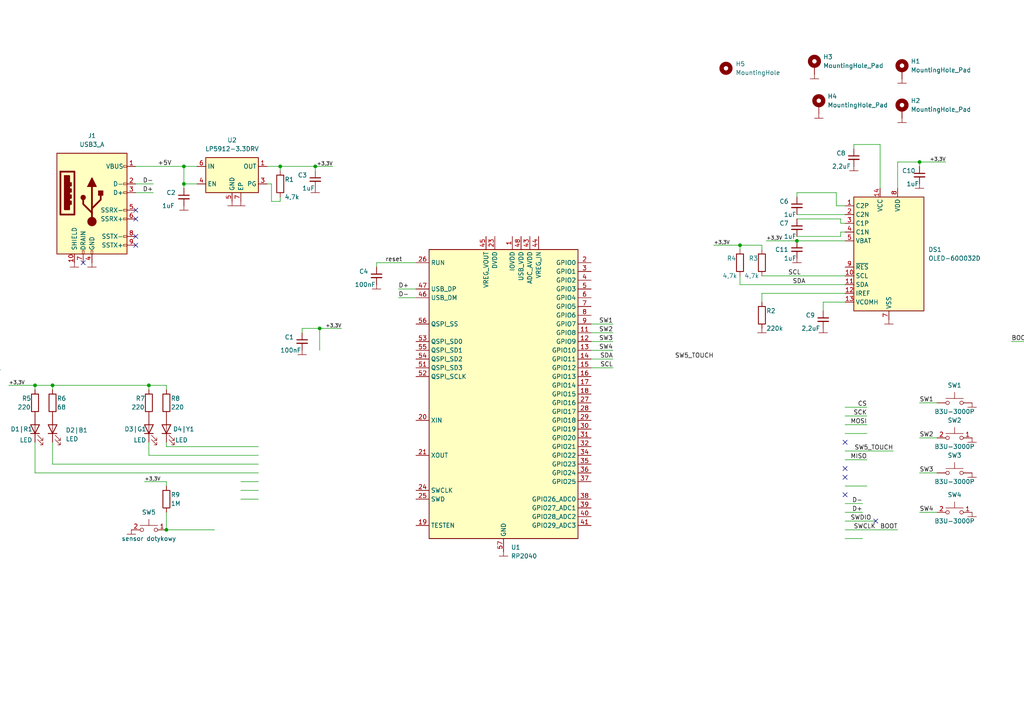
<source format=kicad_sch>
(kicad_sch (version 20250114) (generator "eeschema") (generator_version "9.0")
  (paper "A4")
  (title_block (title "Secure input PEN") (date "2024-07-23") (rev "1.0") (company "Wojtek & co"))
  (lib_symbols
    (symbol "Connector:USB3_A" (pin_names (offset 1.016))
      (property "Reference" "J" (at -10.16 15.24 0))
      (property "Value" "USB3_A" (at 10.16 15.24 0))
      (symbol "USB3_A_0_0"
        (rectangle (start -9.144 8.636) (end -5.08 -3.81) (stroke (width 0.508)))
        (rectangle (start -7.874 7.366) (end -6.604 -2.286) (stroke (width 0.508)) (fill (type outline)))
        (rectangle (start -6.35 5.334) (end -6.096 4.572) (stroke (width 0.508)))
        (rectangle (start -6.35 3.556) (end -6.096 2.794) (stroke (width 0.508)))
        (rectangle (start -6.35 1.778) (end -6.096 1.016) (stroke (width 0.508)))
        (rectangle (start -6.35 0) (end -6.096 -0.762) (stroke (width 0.508)))
        (rectangle (start -2.794 -15.24) (end -2.286 -14.224))
        (rectangle (start -0.254 -15.24) (end 0.254 -14.224))
        (rectangle (start 10.16 10.414) (end 9.144 9.906))
        (rectangle (start 10.16 5.334) (end 9.144 4.826))
        (rectangle (start 10.16 2.794) (end 9.144 2.286))
        (rectangle (start 10.16 -2.286) (end 9.144 -2.794))
        (rectangle (start 10.16 -4.826) (end 9.144 -5.334))
        (rectangle (start 10.16 -9.906) (end 9.144 -10.414))
        (rectangle (start 10.16 -12.446) (end 9.144 -12.954))
      )
      (symbol "USB3_A_0_1"
        (rectangle (start -10.16 13.97) (end 10.16 -15.24) (stroke (width 0.254)) (fill (type background)))
      )
      (symbol "USB3_A_1_1"
        (circle (center -2.54 1.143) (radius 0.635) (stroke (width 0.254)) (fill (type outline)))
        (polyline (pts (xy -1.27 4.318) (xy 0 6.858) (xy 1.27 4.318) (xy -1.27 4.318)) (stroke (width 0.254)) (fill (type outline)))
        (polyline (pts (xy 0 -2.032) (xy 2.54 0.508) (xy 2.54 1.778)) (stroke (width 0.508)))
        (polyline (pts (xy 0 -3.302) (xy -2.54 -0.762) (xy -2.54 0.508)) (stroke (width 0.508)))
        (polyline (pts (xy 0 -5.842) (xy 0 4.318)) (stroke (width 0.508)))
        (circle (center 0 -5.842) (radius 1.27) (fill (type outline)))
        (rectangle (start 1.905 1.778) (end 3.175 3.048) (stroke (width 0.254)) (fill (type outline)))
        (pin passive line (at -5.08 -17.78 90) (length 2.54) (name "SHIELD") (number "10"))
        (pin passive line (at -2.54 -17.78 90) (length 2.54) (name "DRAIN") (number "7"))
        (pin power_in line (at 0 -17.78 90) (length 2.54) (name "GND") (number "4"))
        (pin power_in line (at 12.7 10.16 180) (length 2.54) (name "VBUS") (number "1"))
        (pin bidirectional line (at 12.7 5.08 180) (length 2.54) (name "D-") (number "2"))
        (pin bidirectional line (at 12.7 2.54 180) (length 2.54) (name "D+") (number "3"))
        (pin output line (at 12.7 -2.54 180) (length 2.54) (name "SSRX-") (number "5"))
        (pin output line (at 12.7 -5.08 180) (length 2.54) (name "SSRX+") (number "6"))
        (pin input line (at 12.7 -10.16 180) (length 2.54) (name "SSTX-") (number "8"))
        (pin input line (at 12.7 -12.7 180) (length 2.54) (name "SSTX+") (number "9"))
      )
    )
    (symbol "Device:C_Small" (pin_numbers (hide yes)) (pin_names (offset 0.254) (hide yes))
      (property "Reference" "C" (at 0.254 1.778 0))
      (property "Value" "C_Small" (at 0.254 -2.032 0))
      (symbol "C_Small_0_1"
        (polyline (pts (xy -1.524 0.508) (xy 1.524 0.508)) (stroke (width 0.3048)))
        (polyline (pts (xy -1.524 -0.508) (xy 1.524 -0.508)) (stroke (width 0.3302)))
      )
      (symbol "C_Small_1_1"
        (pin passive line (at 0 2.54 270) (length 2.032) (name "~") (number "1"))
        (pin passive line (at 0 -2.54 90) (length 2.032) (name "~") (number "2"))
      )
    )
    (symbol "Device:LED" (pin_numbers (hide yes)) (pin_names (offset 1.016) (hide yes))
      (property "Reference" "D" (at 0 2.54 0))
      (property "Value" "LED" (at 0 -2.54 0))
      (symbol "LED_0_1"
        (polyline (pts (xy -3.048 -0.762) (xy -4.572 -2.286) (xy -3.81 -2.286) (xy -4.572 -2.286) (xy -4.572 -1.524)))
        (polyline (pts (xy -1.778 -0.762) (xy -3.302 -2.286) (xy -2.54 -2.286) (xy -3.302 -2.286) (xy -3.302 -1.524)))
        (polyline (pts (xy -1.27 0) (xy 1.27 0)))
        (polyline (pts (xy -1.27 -1.27) (xy -1.27 1.27)) (stroke (width 0.254)))
        (polyline (pts (xy 1.27 -1.27) (xy 1.27 1.27) (xy -1.27 0) (xy 1.27 -1.27)) (stroke (width 0.254)))
      )
      (symbol "LED_1_1"
        (pin passive line (at -3.81 0 0) (length 2.54) (name "K") (number "1"))
        (pin passive line (at 3.81 0 180) (length 2.54) (name "A") (number "2"))
      )
    )
    (symbol "Device:R" (pin_numbers (hide yes)) (pin_names (offset 0))
      (property "Reference" "R" (at 2.032 0 90))
      (property "Value" "R" (at 0 0 90))
      (symbol "R_0_1"
        (rectangle (start -1.016 -2.54) (end 1.016 2.54) (stroke (width 0.254)))
      )
      (symbol "R_1_1"
        (pin passive line (at 0 3.81 270) (length 1.27) (name "~") (number "1"))
        (pin passive line (at 0 -3.81 90) (length 1.27) (name "~") (number "2"))
      )
    )
    (symbol "Jumper:Jumper_2_Open" (pin_numbers (hide yes)) (pin_names (offset 0) (hide yes))
      (property "Reference" "JP" (at 0 2.794 0))
      (property "Value" "Jumper_2_Open" (at 0 -2.286 0))
      (symbol "Jumper_2_Open_0_0"
        (circle (center -2.032 0) (radius 0.508))
        (circle (center 2.032 0) (radius 0.508))
      )
      (symbol "Jumper_2_Open_0_1"
        (arc (start -1.524 1.27) (mid 0 1.778) (end 1.524 1.27))
      )
      (symbol "Jumper_2_Open_1_1"
        (pin passive line (at -5.08 0 0) (length 2.54) (name "A") (number "1"))
        (pin passive line (at 5.08 0 180) (length 2.54) (name "B") (number "2"))
      )
    )
    (symbol "MCU_RaspberryPi:RP2040"
      (property "Reference" "U" (at 17.78 45.72 0))
      (property "Value" "RP2040" (at 17.78 43.18 0))
      (symbol "RP2040_0_1"
        (rectangle (start -21.59 41.91) (end 21.59 -41.91) (stroke (width 0.254)) (fill (type background)))
      )
      (symbol "RP2040_1_1"
        (pin input line (at -25.4 38.1 0) (length 3.81) (name "RUN") (number "26"))
        (pin bidirectional line (at -25.4 30.48 0) (length 3.81) (name "USB_DP") (number "47"))
        (pin bidirectional line (at -25.4 27.94 0) (length 3.81) (name "USB_DM") (number "46"))
        (pin bidirectional line (at -25.4 20.32 0) (length 3.81) (name "QSPI_SS") (number "56"))
        (pin bidirectional line (at -25.4 15.24 0) (length 3.81) (name "QSPI_SD0") (number "53"))
        (pin bidirectional line (at -25.4 12.7 0) (length 3.81) (name "QSPI_SD1") (number "55"))
        (pin bidirectional line (at -25.4 10.16 0) (length 3.81) (name "QSPI_SD2") (number "54"))
        (pin bidirectional line (at -25.4 7.62 0) (length 3.81) (name "QSPI_SD3") (number "51"))
        (pin output line (at -25.4 5.08 0) (length 3.81) (name "QSPI_SCLK") (number "52"))
        (pin input line (at -25.4 -7.62 0) (length 3.81) (name "XIN") (number "20"))
        (pin passive line (at -25.4 -17.78 0) (length 3.81) (name "XOUT") (number "21"))
        (pin input line (at -25.4 -27.94 0) (length 3.81) (name "SWCLK") (number "24"))
        (pin bidirectional line (at -25.4 -30.48 0) (length 3.81) (name "SWD") (number "25"))
        (pin input line (at -25.4 -38.1 0) (length 3.81) (name "TESTEN") (number "19"))
        (pin power_out line (at -5.08 45.72 270) (length 3.81) (name "VREG_VOUT") (number "45"))
        (pin power_in line (at -2.54 45.72 270) (length 3.81) (name "DVDD") (number "23"))
        (pin passive line (at -2.54 45.72 270) (length 3.81) (hide yes) (name "DVDD") (number "50"))
        (pin power_in line (at 0 -45.72 90) (length 3.81) (name "GND") (number "57"))
        (pin power_in line (at 2.54 45.72 270) (length 3.81) (name "IOVDD") (number "1"))
        (pin passive line (at 2.54 45.72 270) (length 3.81) (hide yes) (name "IOVDD") (number "10"))
        (pin passive line (at 2.54 45.72 270) (length 3.81) (hide yes) (name "IOVDD") (number "22"))
        (pin passive line (at 2.54 45.72 270) (length 3.81) (hide yes) (name "IOVDD") (number "33"))
        (pin passive line (at 2.54 45.72 270) (length 3.81) (hide yes) (name "IOVDD") (number "42"))
        (pin passive line (at 2.54 45.72 270) (length 3.81) (hide yes) (name "IOVDD") (number "49"))
        (pin power_in line (at 5.08 45.72 270) (length 3.81) (name "USB_VDD") (number "48"))
        (pin power_in line (at 7.62 45.72 270) (length 3.81) (name "ADC_AVDD") (number "43"))
        (pin power_in line (at 10.16 45.72 270) (length 3.81) (name "VREG_IN") (number "44"))
        (pin bidirectional line (at 25.4 38.1 180) (length 3.81) (name "GPIO0") (number "2"))
        (pin bidirectional line (at 25.4 35.56 180) (length 3.81) (name "GPIO1") (number "3"))
        (pin bidirectional line (at 25.4 33.02 180) (length 3.81) (name "GPIO2") (number "4"))
        (pin bidirectional line (at 25.4 30.48 180) (length 3.81) (name "GPIO3") (number "5"))
        (pin bidirectional line (at 25.4 27.94 180) (length 3.81) (name "GPIO4") (number "6"))
        (pin bidirectional line (at 25.4 25.4 180) (length 3.81) (name "GPIO5") (number "7"))
        (pin bidirectional line (at 25.4 22.86 180) (length 3.81) (name "GPIO6") (number "8"))
        (pin bidirectional line (at 25.4 20.32 180) (length 3.81) (name "GPIO7") (number "9"))
        (pin bidirectional line (at 25.4 17.78 180) (length 3.81) (name "GPIO8") (number "11"))
        (pin bidirectional line (at 25.4 15.24 180) (length 3.81) (name "GPIO9") (number "12"))
        (pin bidirectional line (at 25.4 12.7 180) (length 3.81) (name "GPIO10") (number "13"))
        (pin bidirectional line (at 25.4 10.16 180) (length 3.81) (name "GPIO11") (number "14"))
        (pin bidirectional line (at 25.4 7.62 180) (length 3.81) (name "GPIO12") (number "15"))
        (pin bidirectional line (at 25.4 5.08 180) (length 3.81) (name "GPIO13") (number "16"))
        (pin bidirectional line (at 25.4 2.54 180) (length 3.81) (name "GPIO14") (number "17"))
        (pin bidirectional line (at 25.4 0 180) (length 3.81) (name "GPIO15") (number "18"))
        (pin bidirectional line (at 25.4 -2.54 180) (length 3.81) (name "GPIO16") (number "27"))
        (pin bidirectional line (at 25.4 -5.08 180) (length 3.81) (name "GPIO17") (number "28"))
        (pin bidirectional line (at 25.4 -7.62 180) (length 3.81) (name "GPIO18") (number "29"))
        (pin bidirectional line (at 25.4 -10.16 180) (length 3.81) (name "GPIO19") (number "30"))
        (pin bidirectional line (at 25.4 -12.7 180) (length 3.81) (name "GPIO20") (number "31"))
        (pin bidirectional line (at 25.4 -15.24 180) (length 3.81) (name "GPIO21") (number "32"))
        (pin bidirectional line (at 25.4 -17.78 180) (length 3.81) (name "GPIO22") (number "34"))
        (pin bidirectional line (at 25.4 -20.32 180) (length 3.81) (name "GPIO23") (number "35"))
        (pin bidirectional line (at 25.4 -22.86 180) (length 3.81) (name "GPIO24") (number "36"))
        (pin bidirectional line (at 25.4 -25.4 180) (length 3.81) (name "GPIO25") (number "37"))
        (pin bidirectional line (at 25.4 -30.48 180) (length 3.81) (name "GPIO26_ADC0") (number "38"))
        (pin bidirectional line (at 25.4 -33.02 180) (length 3.81) (name "GPIO27_ADC1") (number "39"))
        (pin bidirectional line (at 25.4 -35.56 180) (length 3.81) (name "GPIO28_ADC2") (number "40"))
        (pin bidirectional line (at 25.4 -38.1 180) (length 3.81) (name "GPIO29_ADC3") (number "41"))
      )
    )
    (symbol "Mechanical:MountingHole" (pin_names (offset 1.016)) (exclude_from_sim yes) (in_bom no)
      (property "Reference" "H" (at 0 5.08 0))
      (property "Value" "MountingHole" (at 0 3.175 0))
      (symbol "MountingHole_0_1"
        (circle (center 0 0) (radius 1.27) (stroke (width 1.27)))
      )
    )
    (symbol "Mechanical:MountingHole_Pad" (pin_numbers (hide yes)) (pin_names (offset 1.016) (hide yes)) (exclude_from_sim yes) (in_bom no)
      (property "Reference" "H" (at 0 6.35 0))
      (property "Value" "MountingHole_Pad" (at 0 4.445 0))
      (symbol "MountingHole_Pad_0_1"
        (circle (center 0 1.27) (radius 1.27) (stroke (width 1.27)))
      )
      (symbol "MountingHole_Pad_1_1"
        (pin input line (at 0 -2.54 90) (length 2.54) (name "1") (number "1"))
      )
    )
    (symbol "Regulator_Linear:LP5912-3.3DRV"
      (property "Reference" "U" (at -3.81 6.35 0))
      (property "Value" "LP5912-3.3DRV" (at 6.35 6.35 0))
      (symbol "LP5912-3.3DRV_0_1"
        (rectangle (start -7.62 -5.08) (end 7.62 5.08) (stroke (width 0.254)) (fill (type background)))
        (pin power_in line (at -10.16 2.54 0) (length 2.54) (name "IN") (number "6"))
        (pin input line (at -10.16 -2.54 0) (length 2.54) (name "EN") (number "4"))
        (pin power_in line (at 0 -7.62 90) (length 2.54) (name "GND") (number "5"))
        (pin no_connect line (at 7.62 0 180) (length 2.54) (hide yes) (name "NC") (number "2"))
        (pin power_out line (at 10.16 2.54 180) (length 2.54) (name "OUT") (number "1"))
      )
      (symbol "LP5912-3.3DRV_1_1"
        (pin passive line (at 2.54 -7.62 90) (length 2.54) (name "EP") (number "7"))
        (pin open_collector line (at 10.16 -2.54 180) (length 2.54) (name "PG") (number "3"))
      )
    )
    (symbol "SW_Omron_B3FS_1" (pin_names (offset 1.016) (hide yes))
      (property "Reference" "SW" (at 1.27 2.54 0))
      (property "Value" "SW_Omron_B3FS" (at 0 -1.524 0))
      (symbol "SW_Omron_B3FS_1_0_1"
        (circle (center -2.032 0) (radius 0.508))
        (polyline (pts (xy 0 1.27) (xy 0 3.048)))
        (circle (center 2.032 0) (radius 0.508))
        (polyline (pts (xy 2.54 1.27) (xy -2.54 1.27)))
        (pin passive line (at -5.08 0 0) (length 2.54) (name "1") (number "1"))
        (pin passive line (at 5.08 0 180) (length 2.54) (name "2") (number "2"))
      )
    )
    (symbol "SW_Omron_B3FS_2" (pin_names (offset 1.016) (hide yes))
      (property "Reference" "SW" (at 1.27 2.54 0))
      (property "Value" "SW_Omron_B3FS" (at 0 -1.524 0))
      (symbol "SW_Omron_B3FS_2_0_1"
        (circle (center -2.032 0) (radius 0.508))
        (polyline (pts (xy 0 1.27) (xy 0 3.048)))
        (circle (center 2.032 0) (radius 0.508))
        (polyline (pts (xy 2.54 1.27) (xy -2.54 1.27)))
        (pin passive line (at -5.08 0 0) (length 2.54) (name "1") (number "1"))
        (pin passive line (at 5.08 0 180) (length 2.54) (name "2") (number "2"))
      )
    )
    (symbol "SW_Omron_B3FS_3" (pin_names (offset 1.016) (hide yes))
      (property "Reference" "SW" (at 1.27 2.54 0))
      (property "Value" "SW_Omron_B3FS" (at 0 -1.524 0))
      (symbol "SW_Omron_B3FS_3_0_1"
        (circle (center -2.032 0) (radius 0.508))
        (polyline (pts (xy 0 1.27) (xy 0 3.048)))
        (circle (center 2.032 0) (radius 0.508))
        (polyline (pts (xy 2.54 1.27) (xy -2.54 1.27)))
        (pin passive line (at -5.08 0 0) (length 2.54) (name "1") (number "1"))
        (pin passive line (at 5.08 0 180) (length 2.54) (name "2") (number "2"))
      )
    )
    (symbol "Switch:SW_Omron_B3FS" (pin_numbers (hide yes)) (pin_names (offset 1.016) (hide yes))
      (property "Reference" "SW" (at 1.27 2.54 0))
      (property "Value" "SW_Omron_B3FS" (at 0 -1.524 0))
      (symbol "SW_Omron_B3FS_0_1"
        (circle (center -2.032 0) (radius 0.508))
        (polyline (pts (xy 0 1.27) (xy 0 3.048)))
        (circle (center 2.032 0) (radius 0.508))
        (polyline (pts (xy 2.54 1.27) (xy -2.54 1.27)))
        (pin passive line (at -5.08 0 0) (length 2.54) (name "1") (number "1"))
        (pin passive line (at 5.08 0 180) (length 2.54) (name "2") (number "2"))
      )
    )
    (symbol "secure_input_pen:OLED-60O032D"
      (property "Reference" "DS" (at -9.144 37.592 0))
      (property "Value" "OLED-60O032D" (at 8.636 -9.144 0))
      (symbol "OLED-60O032D_0_1"
        (rectangle (start -10.16 35.56) (end 10.16 2.54) (stroke (width 0.254)) (fill (type background)))
      )
      (symbol "OLED-60O032D_1_1"
        (pin passive line (at -12.7 33.02 0) (length 2.54) (name "C2P") (number "1"))
        (pin passive line (at -12.7 30.48 0) (length 2.54) (name "C2N") (number "2"))
        (pin passive line (at -12.7 27.94 0) (length 2.54) (name "C1P") (number "3"))
        (pin passive line (at -12.7 25.4 0) (length 2.54) (name "C1N") (number "4"))
        (pin power_in line (at -12.7 22.86 0) (length 2.54) (name "VBAT") (number "5"))
        (pin input line (at -12.7 15.24 0) (length 2.54) (name "~{RES}") (number "9"))
        (pin input line (at -12.7 12.7 0) (length 2.54) (name "SCL") (number "10"))
        (pin input line (at -12.7 10.16 0) (length 2.54) (name "SDA") (number "11"))
        (pin passive line (at -12.7 7.62 0) (length 2.54) (name "IREF") (number "12"))
        (pin passive line (at -12.7 5.08 0) (length 2.54) (name "VCOMH") (number "13"))
        (pin power_in line (at -2.54 38.1 270) (length 2.54) (name "VCC") (number "14"))
        (pin power_in line (at 0 0 90) (length 2.54) (name "VSS") (number "7"))
        (pin power_in line (at 2.54 38.1 270) (length 2.54) (name "VDD") (number "8"))
        (pin no_connect line (at 10.16 33.02 180) (length 2.54) (hide yes) (name "NC") (number "6"))
      )
    )
    (symbol "sp3jdz:masa" (power) (pin_names (offset 0))
      (symbol "masa_0_1"
        (polyline (pts (xy 0 0) (xy 0 -1.27) (xy 1.27 -1.27) (xy -1.27 -1.27) (xy 1.27 -1.27)))
      )
      (symbol "masa_1_1"
        (pin power_in line (at 0 0 270) (length 0) (hide yes) (name "GND") (number "1"))
      )
    )
    (symbol "symbole:MEM2085-00-115-00-A_REV0.2" (pin_names (offset 1.016))
      (property "Reference" "J" (at -15.24 16.002 0))
      (property "Value" "MEM2085-00-115-00-A_REV0.2" (at -15.24 -17.78 0))
      (symbol "MEM2085-00-115-00-A_REV0.2_0_0"
        (rectangle (start -15.24 -15.24) (end 15.24 15.24) (stroke (width 0.254)) (fill (type background)))
        (pin bidirectional clock (at -20.32 7.62 0) (length 5.08) (name "CLK") (number "P5"))
        (pin bidirectional line (at -20.32 2.54 0) (length 5.08) (name "DAT0") (number "P7"))
        (pin bidirectional line (at -20.32 0 0) (length 5.08) (name "DAT1") (number "P8"))
        (pin bidirectional line (at -20.32 -2.54 0) (length 5.08) (name "DAT2") (number "P1"))
        (pin bidirectional line (at -20.32 -5.08 0) (length 5.08) (name "CD/DAT3") (number "P2"))
        (pin power_in line (at 20.32 12.7 180) (length 5.08) (name "VDD") (number "P4"))
        (pin bidirectional line (at 20.32 7.62 180) (length 5.08) (name "CMD") (number "P3"))
        (pin bidirectional line (at 20.32 0 180) (length 5.08) (name "CD") (number "CD"))
        (pin power_in line (at 20.32 -10.16 180) (length 5.08) (name "VSS") (number "P6"))
        (pin power_in line (at 20.32 -12.7 180) (length 5.08) (name "GND") (number "G1"))
        (pin power_in line (at 20.32 -12.7 180) (length 5.08) (name "GND") (number "G10"))
        (pin power_in line (at 20.32 -12.7 180) (length 5.08) (name "GND") (number "G2"))
        (pin power_in line (at 20.32 -12.7 180) (length 5.08) (name "GND") (number "G3"))
        (pin power_in line (at 20.32 -12.7 180) (length 5.08) (name "GND") (number "G4"))
        (pin power_in line (at 20.32 -12.7 180) (length 5.08) (name "GND") (number "G5"))
        (pin power_in line (at 20.32 -12.7 180) (length 5.08) (name "GND") (number "G6"))
        (pin power_in line (at 20.32 -12.7 180) (length 5.08) (name "GND") (number "G7"))
        (pin power_in line (at 20.32 -12.7 180) (length 5.08) (name "GND") (number "G8"))
        (pin power_in line (at 20.32 -12.7 180) (length 5.08) (name "GND") (number "G9"))
      )
    )
  )
  (junction (at 91.44 48.26))
  (junction (at 48.26 153.67))
  (junction (at 43.18 111.76))
  (junction (at -6.35 101.6))
  (junction (at 92.71 95.25))
  (junction (at 15.24 111.76))
  (junction (at 266.7 46.99))
  (junction (at 53.34 48.26))
  (junction (at 10.16 111.76))
  (junction (at 231.14 69.85))
  (junction (at 53.34 53.34))
  (junction (at 81.28 48.26))
  (junction (at 214.63 71.12))
  (no_connect (at 254 151.13))
  (no_connect (at -19.05 114.3))
  (no_connect (at 39.37 63.5))
  (no_connect (at 245.11 135.89))
  (no_connect (at 39.37 60.96))
  (no_connect (at 24.13 76.2))
  (no_connect (at 245.11 138.43))
  (no_connect (at 245.11 128.27))
  (no_connect (at -59.69 114.3))
  (no_connect (at 39.37 68.58))
  (no_connect (at 245.11 143.51))
  (no_connect (at 39.37 71.12))
  (no_connect (at -59.69 116.84))
  (wire (pts (xy 245.11 148.59) (xy 250.19 148.59)))
  (wire (pts (xy 245.11 151.13) (xy 254 151.13)))
  (wire (pts (xy 231.14 68.58) (xy 243.84 68.58)))
  (wire (pts (xy 245.11 120.65) (xy 251.46 120.65)))
  (wire (pts (xy 43.18 128.27) (xy 43.18 132.08)))
  (wire (pts (xy 231.14 69.85) (xy 245.11 69.85)))
  (wire (pts (xy 214.63 82.55) (xy 245.11 82.55)))
  (wire (pts (xy 77.47 48.26) (xy 81.28 48.26)))
  (wire (pts (xy 245.11 125.73) (xy 251.46 125.73)))
  (wire (pts (xy 91.44 48.26) (xy 96.52 48.26)))
  (wire (pts (xy 48.26 111.76) (xy 43.18 111.76)))
  (wire (pts (xy 91.44 48.26) (xy 91.44 49.53)))
  (wire (pts (xy 266.7 148.59) (xy 271.78 148.59)))
  (wire (pts (xy 307.34 99.06) (xy 313.69 99.06)))
  (wire (pts (xy -64.77 106.68) (xy -59.69 106.68)))
  (wire (pts (xy -19.05 127) (xy -16.51 127)))
  (wire (pts (xy 171.45 101.6) (xy 177.8 101.6)))
  (wire (pts (xy 171.45 96.52) (xy 177.8 96.52)))
  (wire (pts (xy 15.24 128.27) (xy 15.24 134.62)))
  (wire (pts (xy 231.14 57.15) (xy 231.14 55.88)))
  (wire (pts (xy 115.57 86.36) (xy 120.65 86.36)))
  (wire (pts (xy 39.37 48.26) (xy 53.34 48.26)))
  (wire (pts (xy 81.28 58.42) (xy 81.28 57.15)))
  (wire (pts (xy 77.47 53.34) (xy 78.74 53.34)))
  (wire (pts (xy 43.18 111.76) (xy 15.24 111.76)))
  (wire (pts (xy 53.34 53.34) (xy 53.34 54.61)))
  (wire (pts (xy 220.98 80.01) (xy 245.11 80.01)))
  (wire (pts (xy 220.98 87.63) (xy 220.98 85.09)))
  (wire (pts (xy 171.45 106.68) (xy 177.8 106.68)))
  (wire (pts (xy 214.63 80.01) (xy 214.63 82.55)))
  (wire (pts (xy 10.16 137.16) (xy 74.93 137.16)))
  (wire (pts (xy 214.63 71.12) (xy 220.98 71.12)))
  (wire (pts (xy -19.05 101.6) (xy -6.35 101.6)))
  (wire (pts (xy 243.84 67.31) (xy 245.11 67.31)))
  (wire (pts (xy 231.14 55.88) (xy 242.57 55.88)))
  (wire (pts (xy 10.16 128.27) (xy 10.16 137.16)))
  (wire (pts (xy 115.57 83.82) (xy 120.65 83.82)))
  (wire (pts (xy 48.26 148.59) (xy 48.26 153.67)))
  (wire (pts (xy 245.11 133.35) (xy 251.46 133.35)))
  (wire (pts (xy 53.34 53.34) (xy 57.15 53.34)))
  (wire (pts (xy 243.84 63.5) (xy 243.84 64.77)))
  (wire (pts (xy -64.77 111.76) (xy -59.69 111.76)))
  (wire (pts (xy 222.25 69.85) (xy 231.14 69.85)))
  (wire (pts (xy 245.11 156.21) (xy 250.19 156.21)))
  (wire (pts (xy 171.45 104.14) (xy 177.8 104.14)))
  (wire (pts (xy 10.16 111.76) (xy 10.16 113.03)))
  (wire (pts (xy 78.74 53.34) (xy 78.74 58.42)))
  (wire (pts (xy -19.05 124.46) (xy -16.51 124.46)))
  (wire (pts (xy 245.11 130.81) (xy 259.08 130.81)))
  (wire (pts (xy 69.85 139.7) (xy 74.93 139.7)))
  (wire (pts (xy 15.24 111.76) (xy 10.16 111.76)))
  (wire (pts (xy 39.37 55.88) (xy 44.45 55.88)))
  (wire (pts (xy 48.26 153.67) (xy 62.23 153.67)))
  (wire (pts (xy 39.37 53.34) (xy 44.45 53.34)))
  (wire (pts (xy 260.35 46.99) (xy 260.35 54.61)))
  (wire (pts (xy 109.22 76.2) (xy 120.65 76.2)))
  (wire (pts (xy 266.7 127) (xy 271.78 127)))
  (wire (pts (xy 92.71 95.25) (xy 99.06 95.25)))
  (wire (pts (xy 171.45 99.06) (xy 177.8 99.06)))
  (wire (pts (xy 266.7 48.26) (xy 266.7 46.99)))
  (wire (pts (xy -6.35 101.6) (xy -6.35 102.87)))
  (wire (pts (xy 231.14 62.23) (xy 245.11 62.23)))
  (wire (pts (xy 53.34 48.26) (xy 53.34 53.34)))
  (wire (pts (xy 81.28 48.26) (xy 91.44 48.26)))
  (wire (pts (xy 69.85 144.78) (xy 74.93 144.78)))
  (wire (pts (xy 69.85 142.24) (xy 74.93 142.24)))
  (wire (pts (xy 48.26 113.03) (xy 48.26 111.76)))
  (wire (pts (xy 293.37 99.06) (xy 297.18 99.06)))
  (wire (pts (xy 245.11 153.67) (xy 260.35 153.67)))
  (wire (pts (xy 238.76 87.63) (xy 245.11 87.63)))
  (wire (pts (xy 43.18 132.08) (xy 74.93 132.08)))
  (wire (pts (xy 242.57 59.69) (xy 245.11 59.69)))
  (wire (pts (xy 74.93 129.54) (xy 48.26 129.54)))
  (wire (pts (xy 41.91 139.7) (xy 48.26 139.7)))
  (wire (pts (xy 220.98 71.12) (xy 220.98 72.39)))
  (wire (pts (xy 109.22 77.47) (xy 109.22 76.2)))
  (wire (pts (xy 220.98 85.09) (xy 245.11 85.09)))
  (wire (pts (xy 245.11 118.11) (xy 251.46 118.11)))
  (wire (pts (xy 245.11 146.05) (xy 250.19 146.05)))
  (wire (pts (xy 266.7 116.84) (xy 271.78 116.84)))
  (wire (pts (xy 214.63 71.12) (xy 214.63 72.39)))
  (wire (pts (xy 255.27 41.91) (xy 255.27 54.61)))
  (wire (pts (xy 15.24 113.03) (xy 15.24 111.76)))
  (wire (pts (xy 266.7 137.16) (xy 271.78 137.16)))
  (wire (pts (xy -6.35 101.6) (xy -1.27 101.6)))
  (wire (pts (xy 238.76 90.17) (xy 238.76 87.63)))
  (wire (pts (xy 2.54 111.76) (xy 10.16 111.76)))
  (wire (pts (xy 245.11 140.97) (xy 251.46 140.97)))
  (wire (pts (xy 87.63 96.52) (xy 87.63 95.25)))
  (wire (pts (xy 43.18 113.03) (xy 43.18 111.76)))
  (wire (pts (xy 242.57 55.88) (xy 242.57 59.69)))
  (wire (pts (xy 266.7 46.99) (xy 260.35 46.99)))
  (wire (pts (xy 57.15 48.26) (xy 53.34 48.26)))
  (wire (pts (xy 231.14 63.5) (xy 243.84 63.5)))
  (wire (pts (xy 171.45 93.98) (xy 177.8 93.98)))
  (wire (pts (xy 48.26 139.7) (xy 48.26 140.97)))
  (wire (pts (xy 87.63 95.25) (xy 92.71 95.25)))
  (wire (pts (xy -19.05 106.68) (xy -12.7 106.68)))
  (wire (pts (xy 92.71 95.25) (xy 92.71 101.6)))
  (wire (pts (xy 78.74 58.42) (xy 81.28 58.42)))
  (wire (pts (xy 243.84 64.77) (xy 245.11 64.77)))
  (wire (pts (xy -64.77 119.38) (xy -59.69 119.38)))
  (wire (pts (xy 207.01 71.12) (xy 214.63 71.12)))
  (wire (pts (xy 247.65 41.91) (xy 255.27 41.91)))
  (wire (pts (xy 48.26 128.27) (xy 48.26 129.54)))
  (wire (pts (xy 266.7 46.99) (xy 274.32 46.99)))
  (wire (pts (xy 243.84 68.58) (xy 243.84 67.31)))
  (wire (pts (xy 15.24 134.62) (xy 74.93 134.62)))
  (wire (pts (xy 81.28 48.26) (xy 81.28 49.53)))
  (wire (pts (xy 247.65 43.18) (xy 247.65 41.91)))
  (wire (pts (xy 245.11 123.19) (xy 251.46 123.19)))
  (label "SW2" (at 266.7 127 0))
  (label "MOSI" (at 251.46 123.19 180))
  (label "+3,3V" (at 99.06 95.25 180) (effects (font (size 1 1))))
  (label "SDA" (at 229.87 82.55 0))
  (label "SW5_TOUCH" (at 259.08 130.81 180))
  (label "D-" (at 44.45 53.34 180))
  (label "SWDIO" (at 252.73 151.13 180))
  (label "SW1" (at 266.7 116.84 0))
  (label "MOSI" (at -12.7 106.68 180))
  (label "+3,3V" (at 207.01 71.12 0) (effects (font (size 1 1))))
  (label "+3,3V" (at 96.52 48.26 180) (effects (font (size 1 1))))
  (label "BOOT" (at 293.37 99.06 0))
  (label "SCL" (at 228.6 80.01 0))
  (label "+3,3V" (at 2.54 111.76 0) (effects (font (size 1 1))))
  (label "SW3" (at 266.7 137.16 0))
  (label "SW2" (at 177.8 96.52 180))
  (label "D-" (at 115.57 86.36 0))
  (label "reset" (at 111.76 76.2 0))
  (label "SCL" (at 177.8 106.68 180))
  (label "SDA" (at 177.8 104.14 180))
  (label "+3,3V" (at 313.69 99.06 180) (effects (font (size 1 1))))
  (label "CS" (at 251.46 118.11 180))
  (label "D+" (at 44.45 55.88 180))
  (label "SW1" (at 177.8 93.98 180))
  (label "D+" (at 250.19 148.59 180))
  (label "+5V" (at 45.72 48.26 0))
  (label "SW3" (at 177.8 99.06 180))
  (label "+3,3V" (at -1.27 101.6 180) (effects (font (size 1 1))))
  (label "SCK" (at 251.46 120.65 180))
  (label "+3,3V" (at 41.91 139.7 0) (effects (font (size 1 1))))
  (label "SWCLK" (at 254 153.67 180))
  (label "D-" (at 250.19 146.05 180))
  (label "BOOT" (at 260.35 153.67 180))
  (label "SW4" (at 266.7 148.59 0))
  (label "SCK" (at -64.77 106.68 0))
  (label "D+" (at 115.57 83.82 0))
  (label "MISO" (at 251.46 133.35 180))
  (label "SW4" (at 177.8 101.6 180))
  (label "MISO" (at -64.77 111.76 0))
  (label "CS" (at -64.77 119.38 0))
  (label "+3,3V" (at 222.25 69.85 0) (effects (font (size 1 1))))
  (label "+3,3V" (at 274.32 46.99 180) (effects (font (size 1 1))))
  (label "SW5_TOUCH" (at 207.01 104.14 180))
  (symbol (lib_id "Device:R") (at 10.16 116.84 0) (unit 1)
    (property "Reference" "R5" (at 6.35 115.57 0) (effects (justify left)))
    (property "Value" "220" (at 5.08 118.11 0) (effects (justify left)))
    (property "Footprint" "Resistor_SMD:R_0402_1005Metric_Pad0.72x0.64mm_HandSolder" (effects (hide yes)))
    (property "Description" "Resistor" (effects (hide yes)))
  )
  (symbol (lib_id "Mechanical:MountingHole_Pad") (at 236.22 19.05 0) (unit 1) (exclude_from_sim yes) (in_bom no)
    (property "Reference" "H3" (at 238.76 16.5099 0) (effects (justify left)))
    (property "Value" "MountingHole_Pad" (at 238.76 19.0499 0) (effects (justify left)))
    (property "Footprint" "secure_input_pen:MountingHole_1mm_Pad" (effects (hide yes)))
    (property "Description" "Mounting Hole with connection" (effects (hide yes)))
  )
  (symbol (lib_id "Jumper:Jumper_2_Open") (at 302.26 99.06 0) (unit 1)
    (property "Reference" "JP1" (at 302.006 94.996 0))
    (property "Value" "boot" (at 302.006 102.108 0))
    (property "Footprint" "Connector_PinHeader_2.54mm:PinHeader_1x02_P2.54mm_Vertical" (effects (hide yes)))
    (property "Description" "Jumper, 2-pole, open" (effects (hide yes)))
  )
  (symbol (lib_id "sp3jdz:masa") (at 247.65 48.26 0) (unit 1)
    (property "Reference" "#PWR019" (effects (hide yes)))
    (property "Value" "masa" (effects (hide yes)))
  )
  (symbol (lib_id "Mechanical:MountingHole_Pad") (at 261.62 31.75 0) (unit 1) (exclude_from_sim yes) (in_bom no)
    (property "Reference" "H2" (at 264.16 29.2099 0) (effects (justify left)))
    (property "Value" "MountingHole_Pad" (at 264.16 31.7499 0) (effects (justify left)))
    (property "Footprint" "secure_input_pen:MountingHole_1mm_Pad" (effects (hide yes)))
    (property "Description" "Mounting Hole with connection" (effects (hide yes)))
  )
  (symbol (lib_id "Device:R") (at 220.98 76.2 0) (unit 1)
    (property "Reference" "R3" (at 217.17 74.93 0) (effects (justify left)))
    (property "Value" "4,7k" (at 215.9 80.01 0) (effects (justify left)))
    (property "Footprint" "Resistor_SMD:R_0402_1005Metric_Pad0.72x0.64mm_HandSolder" (effects (hide yes)))
    (property "Description" "Resistor" (effects (hide yes)))
  )
  (symbol (lib_id "Mechanical:MountingHole") (at 210.566 19.812 0) (unit 1) (exclude_from_sim yes) (in_bom no)
    (property "Reference" "H5" (at 213.36 18.5419 0) (effects (justify left)))
    (property "Value" "MountingHole" (at 213.36 21.0819 0) (effects (justify left)))
    (property "Footprint" "secure_input_pen:MountingHole_2mm" (effects (hide yes)))
    (property "Description" "Mounting Hole without connection" (effects (hide yes)))
  )
  (symbol (lib_id "Device:R") (at 214.63 76.2 0) (unit 1)
    (property "Reference" "R4" (at 210.82 74.93 0) (effects (justify left)))
    (property "Value" "4,7k" (at 209.55 80.01 0) (effects (justify left)))
    (property "Footprint" "Resistor_SMD:R_0402_1005Metric_Pad0.72x0.64mm_HandSolder" (effects (hide yes)))
    (property "Description" "Resistor" (effects (hide yes)))
  )
  (symbol (lib_id "sp3jdz:masa") (at 69.85 58.42 0) (unit 1)
    (property "Reference" "#PWR010" (effects (hide yes)))
    (property "Value" "masa" (effects (hide yes)))
  )
  (symbol (lib_id "sp3jdz:masa") (at 281.94 148.59 0) (unit 1)
    (property "Reference" "#PWR026" (effects (hide yes)))
    (property "Value" "masa" (effects (hide yes)))
  )
  (symbol (lib_id "Switch:SW_Omron_B3FS") (at 276.86 116.84 0) (unit 1)
    (property "Reference" "SW1" (at 276.86 111.76 0))
    (property "Value" "B3U-3000P" (at 276.86 119.38 0))
    (property "Footprint" "Button_Switch_SMD:SW_SPST_B3U-3000P-B" (effects (hide yes)))
    (property "Datasheet" "https://omronfs.omron.com/en_US/ecb/products/pdf/en-b3fs.pdf" (effects (hide yes)))
    (property "Description" "Omron B3FS 6x6mm single pole normally-open tactile switch" (effects (hide yes)))
  )
  (symbol (lib_id "Device:R") (at 43.18 116.84 0) (unit 1)
    (property "Reference" "R7" (at 39.37 115.57 0) (effects (justify left)))
    (property "Value" "220" (at 38.1 118.11 0) (effects (justify left)))
    (property "Footprint" "Resistor_SMD:R_0402_1005Metric_Pad0.72x0.64mm_HandSolder" (effects (hide yes)))
    (property "Description" "Resistor" (effects (hide yes)))
  )
  (symbol (lib_id "Device:C_Small") (at 266.7 50.8 0) (unit 1)
    (property "Reference" "C10" (at 261.62 49.53 0) (effects (justify left)))
    (property "Value" "1uF" (at 262.89 53.34 0) (effects (justify left)))
    (property "Footprint" "Capacitor_SMD:C_0402_1005Metric_Pad0.74x0.62mm_HandSolder" (effects (hide yes)))
    (property "Description" "Unpolarized capacitor, small symbol" (effects (hide yes)))
  )
  (symbol (lib_name "SW_Omron_B3FS_3") (lib_id "Switch:SW_Omron_B3FS") (at 43.18 153.67 0) (mirror y) (unit 1)
    (property "Reference" "SW5" (at 43.18 148.59 0))
    (property "Value" "sensor dotykowy" (at 43.18 156.21 0))
    (property "Footprint" "secure_input_pen:conn_touch" (effects (hide yes)))
    (property "Datasheet" "https://omronfs.omron.com/en_US/ecb/products/pdf/en-b3fs.pdf" (effects (hide yes)))
    (property "Description" "Omron B3FS 6x6mm single pole normally-open tactile switch" (effects (hide yes)))
  )
  (symbol (lib_id "Mechanical:MountingHole_Pad") (at 237.49 30.48 0) (unit 1) (exclude_from_sim yes) (in_bom no)
    (property "Reference" "H4" (at 240.03 27.9399 0) (effects (justify left)))
    (property "Value" "MountingHole_Pad" (at 240.03 30.4799 0) (effects (justify left)))
    (property "Footprint" "secure_input_pen:MountingHole_1mm_Pad" (effects (hide yes)))
    (property "Description" "Mounting Hole with connection" (effects (hide yes)))
  )
  (symbol (lib_id "Device:C_Small") (at 238.76 92.71 0) (unit 1)
    (property "Reference" "C9" (at 233.68 91.44 0) (effects (justify left)))
    (property "Value" "2,2uF" (at 232.41 95.25 0) (effects (justify left)))
    (property "Footprint" "Capacitor_SMD:C_0402_1005Metric_Pad0.74x0.62mm_HandSolder" (effects (hide yes)))
    (property "Description" "Unpolarized capacitor, small symbol" (effects (hide yes)))
  )
  (symbol (lib_id "sp3jdz:masa") (at 38.1 153.67 0) (unit 1)
    (property "Reference" "#PWR027" (effects (hide yes)))
    (property "Value" "masa" (effects (hide yes)))
  )
  (symbol (lib_id "Device:LED") (at 10.16 124.46 90) (unit 1)
    (property "Reference" "D1|R1" (at 3.048 124.46 90) (effects (justify right)))
    (property "Value" "LED" (at 5.715 127.635 90) (effects (justify right)))
    (property "Footprint" "LED_SMD:LED_0402_1005Metric_Pad0.77x0.64mm_HandSolder" (effects (hide yes)))
    (property "Description" "Light emitting diode" (effects (hide yes)))
  )
  (symbol (lib_id "Device:C_Small") (at 91.44 52.07 0) (unit 1)
    (property "Reference" "C3" (at 86.36 50.8 0) (effects (justify left)))
    (property "Value" "1uF" (at 87.63 54.61 0) (effects (justify left)))
    (property "Footprint" "Capacitor_SMD:C_0402_1005Metric_Pad0.74x0.62mm_HandSolder" (effects (hide yes)))
    (property "Description" "Unpolarized capacitor, small symbol" (effects (hide yes)))
  )
  (symbol (lib_id "Connector:USB3_A") (at 26.67 58.42 0) (unit 1)
    (property "Reference" "J1" (at 26.67 39.37 0))
    (property "Value" "USB3_A" (at 26.67 41.91 0))
    (property "Footprint" "Connector_USB:USB3_A_Plug_Wuerth_692112030100_Horizontal" (effects (hide yes)))
    (property "Description" "USB 3.0 A connector" (effects (hide yes)))
  )
  (symbol (lib_id "symbole:MEM2085-00-115-00-A_REV0.2") (at -39.37 114.3 0) (unit 1)
    (property "Reference" "J2" (at -39.37 93.98 0))
    (property "Value" "MEM2085-00-115-00-A_REV0.2" (at -39.37 96.52 0))
    (property "Footprint" "secure_input_pen_foots:GCT_MEM2085-00-115-00-A_REV0.2" (effects (hide yes)))
    (property "MF" "Global Connector Technology" (effects (hide yes)))
    (property "MAXIMUM_PACKAGE_HEIGHT" "1.15 mm" (effects (hide yes)))
    (property "Package" "None" (effects (hide yes)))
    (property "Price" "None" (effects (hide yes)))
    (property "Check_prices" "https://www.snapeda.com/parts/MEM2085-00-115-00-A/Global+Connector+Technology/view-part/?ref=eda" (effects (hide yes)))
    (property "STANDARD" "Manufacturer Recommendations" (effects (hide yes)))
    (property "PARTREV" "0.2" (effects (hide yes)))
    (property "SnapEDA_Link" "https://www.snapeda.com/parts/MEM2085-00-115-00-A/Global+Connector+Technology/view-part/?ref=snap" (effects (hide yes)))
    (property "MP" "MEM2085-00-115-00-A" (effects (hide yes)))
    (property "Purchase-URL" "https://www.snapeda.com/api/url_track_click_mouser/?unipart_id=12404234&manufacturer=Global Connector Technology&part_name=MEM2085-00-115-00-A&search_term=mem2085" (effects (hide yes)))
    (property "Description_1" "\nMicroSD Push pull Memory Card Connector\n" (effects (hide yes)))
    (property "MANUFACTURER" "Global Connector Technology" (effects (hide yes)))
    (property "Availability" "In Stock" (effects (hide yes)))
    (property "SNAPEDA_PN" "MEM2085-00-115-00-A" (effects (hide yes)))
  )
  (symbol (lib_id "MCU_RaspberryPi:RP2040") (at 146.05 114.3 0) (unit 1)
    (property "Reference" "U1" (at 148.1933 158.75 0) (effects (justify left)))
    (property "Value" "RP2040" (at 148.1933 161.29 0) (effects (justify left)))
    (property "Footprint" "Package_DFN_QFN:QFN-56-1EP_7x7mm_P0.4mm_EP3.2x3.2mm" (effects (hide yes)))
    (property "Datasheet" "https://datasheets.raspberrypi.com/rp2040/rp2040-datasheet.pdf" (effects (hide yes)))
    (property "Description" "A microcontroller by Raspberry Pi" (effects (hide yes)))
  )
  (symbol (lib_id "sp3jdz:masa") (at -16.51 124.46 0) (unit 1)
    (property "Reference" "#PWR012" (effects (hide yes)))
    (property "Value" "masa" (effects (hide yes)))
  )
  (symbol (lib_id "sp3jdz:masa") (at 21.59 76.2 0) (unit 1)
    (property "Reference" "#PWR04" (effects (hide yes)))
    (property "Value" "masa" (effects (hide yes)))
  )
  (symbol (lib_id "Device:C_Small") (at 247.65 45.72 0) (unit 1)
    (property "Reference" "C8" (at 242.57 44.45 0) (effects (justify left)))
    (property "Value" "2,2uF" (at 241.3 48.26 0) (effects (justify left)))
    (property "Footprint" "Capacitor_SMD:C_0402_1005Metric_Pad0.74x0.62mm_HandSolder" (effects (hide yes)))
    (property "Description" "Unpolarized capacitor, small symbol" (effects (hide yes)))
  )
  (symbol (lib_id "sp3jdz:masa") (at 87.63 101.6 0) (unit 1)
    (property "Reference" "#PWR03" (effects (hide yes)))
    (property "Value" "masa" (effects (hide yes)))
  )
  (symbol (lib_id "Device:C_Small") (at 231.14 66.04 0) (unit 1)
    (property "Reference" "C7" (at 226.06 64.77 0) (effects (justify left)))
    (property "Value" "1uF" (at 227.33 68.58 0) (effects (justify left)))
    (property "Footprint" "Capacitor_SMD:C_0402_1005Metric_Pad0.74x0.62mm_HandSolder" (effects (hide yes)))
    (property "Description" "Unpolarized capacitor, small symbol" (effects (hide yes)))
  )
  (symbol (lib_id "Device:R") (at 220.98 91.44 0) (unit 1)
    (property "Reference" "R2" (at 222.25 90.17 0) (effects (justify left)))
    (property "Value" "220k" (at 222.25 95.25 0) (effects (justify left)))
    (property "Footprint" "Resistor_SMD:R_0402_1005Metric_Pad0.72x0.64mm_HandSolder" (effects (hide yes)))
    (property "Description" "Resistor" (effects (hide yes)))
  )
  (symbol (lib_id "Device:C_Small") (at 231.14 72.39 0) (unit 1)
    (property "Reference" "C11" (at 224.79 72.39 0) (effects (justify left)))
    (property "Value" "1uF" (at 227.33 74.93 0) (effects (justify left)))
    (property "Footprint" "Capacitor_SMD:C_0402_1005Metric_Pad0.74x0.62mm_HandSolder" (effects (hide yes)))
    (property "Description" "Unpolarized capacitor, small symbol" (effects (hide yes)))
  )
  (symbol (lib_id "sp3jdz:masa") (at 281.94 116.84 0) (unit 1)
    (property "Reference" "#PWR023" (effects (hide yes)))
    (property "Value" "masa" (effects (hide yes)))
  )
  (symbol (lib_id "sp3jdz:masa") (at -6.35 107.95 0) (unit 1)
    (property "Reference" "#PWR014" (effects (hide yes)))
    (property "Value" "masa" (effects (hide yes)))
  )
  (symbol (lib_id "Device:R") (at 81.28 53.34 0) (unit 1)
    (property "Reference" "R1" (at 82.55 52.07 0) (effects (justify left)))
    (property "Value" "4,7k" (at 82.55 57.15 0) (effects (justify left)))
    (property "Footprint" "Resistor_SMD:R_0402_1005Metric_Pad0.72x0.64mm_HandSolder" (effects (hide yes)))
    (property "Description" "Resistor" (effects (hide yes)))
  )
  (symbol (lib_id "Switch:SW_Omron_B3FS") (at 276.86 137.16 0) (unit 1)
    (property "Reference" "SW3" (at 276.86 132.08 0))
    (property "Value" "B3U-3000P" (at 276.86 139.7 0))
    (property "Footprint" "Button_Switch_SMD:SW_SPST_B3U-3000P-B" (effects (hide yes)))
    (property "Datasheet" "https://omronfs.omron.com/en_US/ecb/products/pdf/en-b3fs.pdf" (effects (hide yes)))
    (property "Description" "Omron B3FS 6x6mm single pole normally-open tactile switch" (effects (hide yes)))
  )
  (symbol (lib_id "Device:R") (at 48.26 144.78 0) (unit 1)
    (property "Reference" "R9" (at 49.53 143.51 0) (effects (justify left)))
    (property "Value" "1M" (at 49.53 146.05 0) (effects (justify left)))
    (property "Footprint" "Resistor_SMD:R_0402_1005Metric_Pad0.72x0.64mm_HandSolder" (effects (hide yes)))
    (property "Description" "Resistor" (effects (hide yes)))
  )
  (symbol (lib_id "sp3jdz:masa") (at 220.98 95.25 0) (unit 1)
    (property "Reference" "#PWR022" (effects (hide yes)))
    (property "Value" "masa" (effects (hide yes)))
  )
  (symbol (lib_id "sp3jdz:masa") (at 53.34 59.69 0) (unit 1)
    (property "Reference" "#PWR08" (effects (hide yes)))
    (property "Value" "masa" (effects (hide yes)))
  )
  (symbol (lib_id "sp3jdz:masa") (at 266.7 53.34 0) (unit 1)
    (property "Reference" "#PWR021" (effects (hide yes)))
    (property "Value" "masa" (effects (hide yes)))
  )
  (symbol (lib_id "sp3jdz:masa") (at 26.67 76.2 0) (unit 1)
    (property "Reference" "#PWR05" (effects (hide yes)))
    (property "Value" "masa" (effects (hide yes)))
  )
  (symbol (lib_id "sp3jdz:masa") (at 237.49 33.02 0) (unit 1)
    (property "Reference" "#PWR016" (effects (hide yes)))
    (property "Value" "masa" (effects (hide yes)))
  )
  (symbol (lib_id "sp3jdz:masa") (at 91.44 54.61 0) (unit 1)
    (property "Reference" "#PWR09" (effects (hide yes)))
    (property "Value" "masa" (effects (hide yes)))
  )
  (symbol (lib_id "Device:C_Small") (at 87.63 99.06 0) (unit 1)
    (property "Reference" "C1" (at 82.55 97.79 0) (effects (justify left)))
    (property "Value" "100nF" (at 81.28 101.6 0) (effects (justify left)))
    (property "Footprint" "Capacitor_SMD:C_0402_1005Metric_Pad0.74x0.62mm_HandSolder" (effects (hide yes)))
    (property "Description" "Unpolarized capacitor, small symbol" (effects (hide yes)))
  )
  (symbol (lib_id "sp3jdz:masa") (at 236.22 21.59 0) (unit 1)
    (property "Reference" "#PWR015" (effects (hide yes)))
    (property "Value" "masa" (effects (hide yes)))
  )
  (symbol (lib_id "sp3jdz:masa") (at 238.76 95.25 0) (unit 1)
    (property "Reference" "#PWR018" (effects (hide yes)))
    (property "Value" "masa" (effects (hide yes)))
  )
  (symbol (lib_id "sp3jdz:masa") (at 281.94 127 0) (unit 1)
    (property "Reference" "#PWR024" (effects (hide yes)))
    (property "Value" "masa" (effects (hide yes)))
  )
  (symbol (lib_id "sp3jdz:masa") (at 67.31 58.42 0) (unit 1)
    (property "Reference" "#PWR02" (effects (hide yes)))
    (property "Value" "masa" (effects (hide yes)))
  )
  (symbol (lib_id "sp3jdz:masa") (at 261.62 22.86 0) (unit 1)
    (property "Reference" "#PWR06" (effects (hide yes)))
    (property "Value" "masa" (effects (hide yes)))
  )
  (symbol (lib_id "sp3jdz:masa") (at 281.94 137.16 0) (unit 1)
    (property "Reference" "#PWR025" (effects (hide yes)))
    (property "Value" "masa" (effects (hide yes)))
  )
  (symbol (lib_id "Device:R") (at 48.26 116.84 0) (unit 1)
    (property "Reference" "R8" (at 49.53 115.57 0) (effects (justify left)))
    (property "Value" "220" (at 49.53 118.11 0) (effects (justify left)))
    (property "Footprint" "Resistor_SMD:R_0402_1005Metric_Pad0.72x0.64mm_HandSolder" (effects (hide yes)))
    (property "Description" "Resistor" (effects (hide yes)))
  )
  (symbol (lib_id "Device:LED") (at 43.18 124.46 90) (unit 1)
    (property "Reference" "D3|G1" (at 36.068 124.46 90) (effects (justify right)))
    (property "Value" "LED" (at 38.735 127.635 90) (effects (justify right)))
    (property "Footprint" "LED_SMD:LED_0402_1005Metric_Pad0.77x0.64mm_HandSolder" (effects (hide yes)))
    (property "Description" "Light emitting diode" (effects (hide yes)))
  )
  (symbol (lib_id "Device:C_Small") (at -6.35 105.41 0) (unit 1)
    (property "Reference" "C5" (at -4.445 104.14 0) (effects (justify left)))
    (property "Value" "100nF" (at -5.715 107.95 0) (effects (justify left)))
    (property "Footprint" "Capacitor_SMD:C_0402_1005Metric_Pad0.74x0.62mm_HandSolder" (effects (hide yes)))
    (property "Description" "Unpolarized capacitor, small symbol" (effects (hide yes)))
  )
  (symbol (lib_id "sp3jdz:masa") (at 109.22 82.55 0) (unit 1)
    (property "Reference" "#PWR011" (effects (hide yes)))
    (property "Value" "masa" (effects (hide yes)))
  )
  (symbol (lib_id "sp3jdz:masa") (at 257.81 92.71 0) (unit 1)
    (property "Reference" "#PWR017" (effects (hide yes)))
    (property "Value" "masa" (effects (hide yes)))
  )
  (symbol (lib_id "Mechanical:MountingHole_Pad") (at 261.62 20.32 0) (unit 1) (exclude_from_sim yes) (in_bom no)
    (property "Reference" "H1" (at 264.16 17.7799 0) (effects (justify left)))
    (property "Value" "MountingHole_Pad" (at 264.16 20.3199 0) (effects (justify left)))
    (property "Footprint" "secure_input_pen:MountingHole_1mm_Pad" (effects (hide yes)))
    (property "Description" "Mounting Hole with connection" (effects (hide yes)))
  )
  (symbol (lib_id "Device:C_Small") (at 53.34 57.15 0) (unit 1)
    (property "Reference" "C2" (at 48.26 55.88 0) (effects (justify left)))
    (property "Value" "1uF" (at 46.99 59.69 0) (effects (justify left)))
    (property "Footprint" "Capacitor_SMD:C_0402_1005Metric_Pad0.74x0.62mm_HandSolder" (effects (hide yes)))
    (property "Description" "Unpolarized capacitor, small symbol" (effects (hide yes)))
  )
  (symbol (lib_name "SW_Omron_B3FS_2") (lib_id "Switch:SW_Omron_B3FS") (at 276.86 148.59 0) (mirror y) (unit 1)
    (property "Reference" "SW4" (at 276.86 143.51 0))
    (property "Value" "B3U-3000P" (at 276.86 151.13 0))
    (property "Footprint" "Button_Switch_SMD:SW_SPST_B3U-3000P-B" (effects (hide yes)))
    (property "Datasheet" "https://omronfs.omron.com/en_US/ecb/products/pdf/en-b3fs.pdf" (effects (hide yes)))
    (property "Description" "Omron B3FS 6x6mm single pole normally-open tactile switch" (effects (hide yes)))
  )
  (symbol (lib_id "sp3jdz:masa") (at 231.14 74.93 0) (unit 1)
    (property "Reference" "#PWR020" (effects (hide yes)))
    (property "Value" "masa" (effects (hide yes)))
  )
  (symbol (lib_id "secure_input_pen:OLED-60O032D") (at 257.81 92.71 0) (unit 1)
    (property "Reference" "DS1" (at 269.24 72.3899 0) (effects (justify left)))
    (property "Value" "OLED-60O032D" (at 269.24 74.9299 0) (effects (justify left)))
    (property "Footprint" "secure_input_pen:OLED-60O032D" (effects (hide yes)))
    (property "Datasheet" "https://github.com/witalis3/secure_input_pen" (effects (hide yes)))
    (property "Description" "OLED display 60x32" (effects (hide yes)))
  )
  (symbol (lib_id "sp3jdz:masa") (at -16.51 127 0) (unit 1)
    (property "Reference" "#PWR013" (effects (hide yes)))
    (property "Value" "masa" (effects (hide yes)))
  )
  (symbol (lib_id "Device:LED") (at 48.26 124.46 90) (unit 1)
    (property "Reference" "D4|Y1" (at 50.165 124.46 90) (effects (justify right)))
    (property "Value" "LED" (at 50.8 127.635 90) (effects (justify right)))
    (property "Footprint" "LED_SMD:LED_0402_1005Metric_Pad0.77x0.64mm_HandSolder" (effects (hide yes)))
    (property "Description" "Light emitting diode" (effects (hide yes)))
  )
  (symbol (lib_id "Regulator_Linear:LP5912-3.3DRV") (at 67.31 50.8 0) (unit 1)
    (property "Reference" "U2" (at 67.31 40.64 0))
    (property "Value" "LP5912-3.3DRV" (at 67.31 43.18 0))
    (property "Footprint" "Package_SON:WSON-6-1EP_2x2mm_P0.65mm_EP1x1.6mm_ThermalVias" (effects (hide yes)))
    (property "Datasheet" "http://www.ti.com/lit/ds/symlink/lp5912.pdf" (effects (hide yes)))
    (property "Description" "500-mA Ultra-Low-Noise Low-IQ LDO, 3.3V, WSON-6" (effects (hide yes)))
  )
  (symbol (lib_id "sp3jdz:masa") (at 146.05 160.02 0) (unit 1)
    (property "Reference" "#PWR01" (effects (hide yes)))
    (property "Value" "masa" (effects (hide yes)))
  )
  (symbol (lib_id "sp3jdz:masa") (at 261.62 34.29 0) (unit 1)
    (property "Reference" "#PWR07" (effects (hide yes)))
    (property "Value" "masa" (effects (hide yes)))
  )
  (symbol (lib_id "Device:R") (at 15.24 116.84 0) (unit 1)
    (property "Reference" "R6" (at 16.51 115.57 0) (effects (justify left)))
    (property "Value" "68" (at 16.51 118.11 0) (effects (justify left)))
    (property "Footprint" "Resistor_SMD:R_0402_1005Metric_Pad0.72x0.64mm_HandSolder" (effects (hide yes)))
    (property "Description" "Resistor" (effects (hide yes)))
  )
  (symbol (lib_id "Device:LED") (at 15.24 124.46 90) (unit 1)
    (property "Reference" "D2|B1" (at 19.05 124.7774 90) (effects (justify right)))
    (property "Value" "LED" (at 19.05 127.3174 90) (effects (justify right)))
    (property "Footprint" "LED_SMD:LED_0402_1005Metric_Pad0.77x0.64mm_HandSolder" (effects (hide yes)))
    (property "Description" "Light emitting diode" (effects (hide yes)))
  )
  (symbol (lib_id "Device:C_Small") (at 231.14 59.69 0) (unit 1)
    (property "Reference" "C6" (at 226.06 58.42 0) (effects (justify left)))
    (property "Value" "1uF" (at 227.33 62.23 0) (effects (justify left)))
    (property "Footprint" "Capacitor_SMD:C_0402_1005Metric_Pad0.74x0.62mm_HandSolder" (effects (hide yes)))
    (property "Description" "Unpolarized capacitor, small symbol" (effects (hide yes)))
  )
  (symbol (lib_name "SW_Omron_B3FS_1") (lib_id "Switch:SW_Omron_B3FS") (at 276.86 127 0) (mirror y) (unit 1)
    (property "Reference" "SW2" (at 276.86 121.92 0))
    (property "Value" "B3U-3000P" (at 276.86 129.54 0))
    (property "Footprint" "Button_Switch_SMD:SW_SPST_B3U-3000P-B" (effects (hide yes)))
    (property "Datasheet" "https://omronfs.omron.com/en_US/ecb/products/pdf/en-b3fs.pdf" (effects (hide yes)))
    (property "Description" "Omron B3FS 6x6mm single pole normally-open tactile switch" (effects (hide yes)))
  )
  (symbol (lib_id "Device:C_Small") (at 109.22 80.01 0) (unit 1)
    (property "Reference" "C4" (at 104.14 78.74 0) (effects (justify left)))
    (property "Value" "100nF" (at 102.87 82.55 0) (effects (justify left)))
    (property "Footprint" "Capacitor_SMD:C_0402_1005Metric_Pad0.74x0.62mm_HandSolder" (effects (hide yes)))
    (property "Description" "Unpolarized capacitor, small symbol" (effects (hide yes)))
  )
)
</source>
